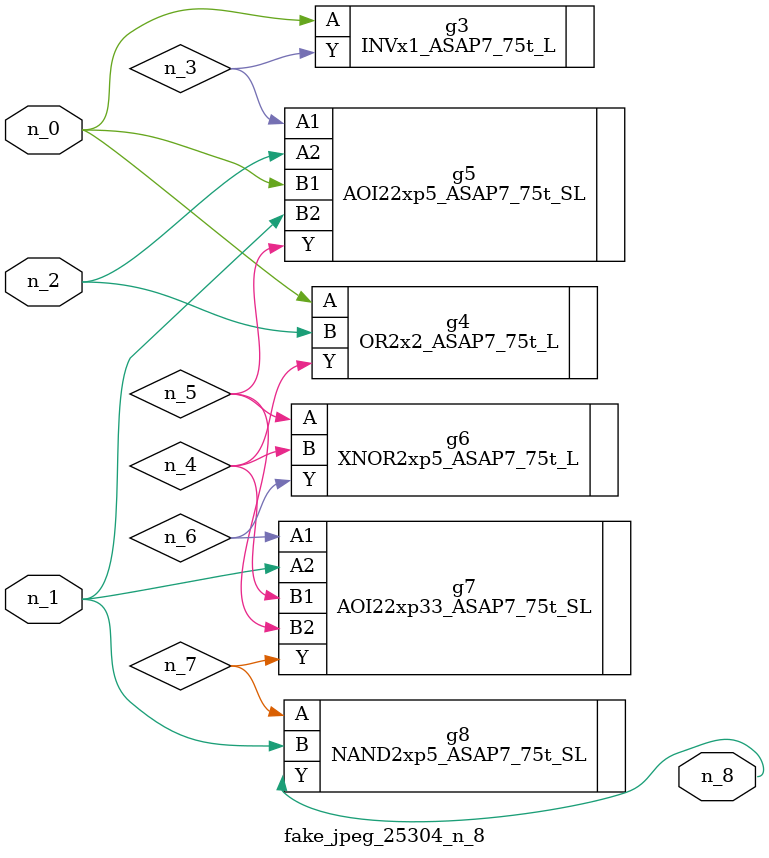
<source format=v>
module fake_jpeg_25304_n_8 (n_0, n_2, n_1, n_8);

input n_0;
input n_2;
input n_1;

output n_8;

wire n_3;
wire n_4;
wire n_6;
wire n_5;
wire n_7;

INVx1_ASAP7_75t_L g3 ( 
.A(n_0),
.Y(n_3)
);

OR2x2_ASAP7_75t_L g4 ( 
.A(n_0),
.B(n_2),
.Y(n_4)
);

AOI22xp5_ASAP7_75t_SL g5 ( 
.A1(n_3),
.A2(n_2),
.B1(n_0),
.B2(n_1),
.Y(n_5)
);

XNOR2xp5_ASAP7_75t_L g6 ( 
.A(n_5),
.B(n_4),
.Y(n_6)
);

AOI22xp33_ASAP7_75t_SL g7 ( 
.A1(n_6),
.A2(n_1),
.B1(n_4),
.B2(n_5),
.Y(n_7)
);

NAND2xp5_ASAP7_75t_SL g8 ( 
.A(n_7),
.B(n_1),
.Y(n_8)
);


endmodule
</source>
